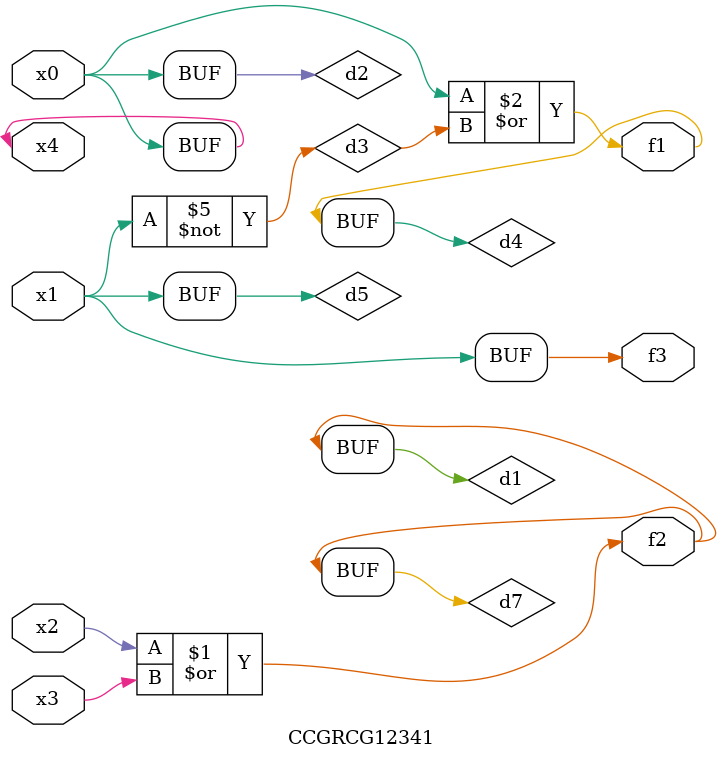
<source format=v>
module CCGRCG12341(
	input x0, x1, x2, x3, x4,
	output f1, f2, f3
);

	wire d1, d2, d3, d4, d5, d6, d7;

	or (d1, x2, x3);
	buf (d2, x0, x4);
	not (d3, x1);
	or (d4, d2, d3);
	not (d5, d3);
	nand (d6, d1, d3);
	or (d7, d1);
	assign f1 = d4;
	assign f2 = d7;
	assign f3 = d5;
endmodule

</source>
